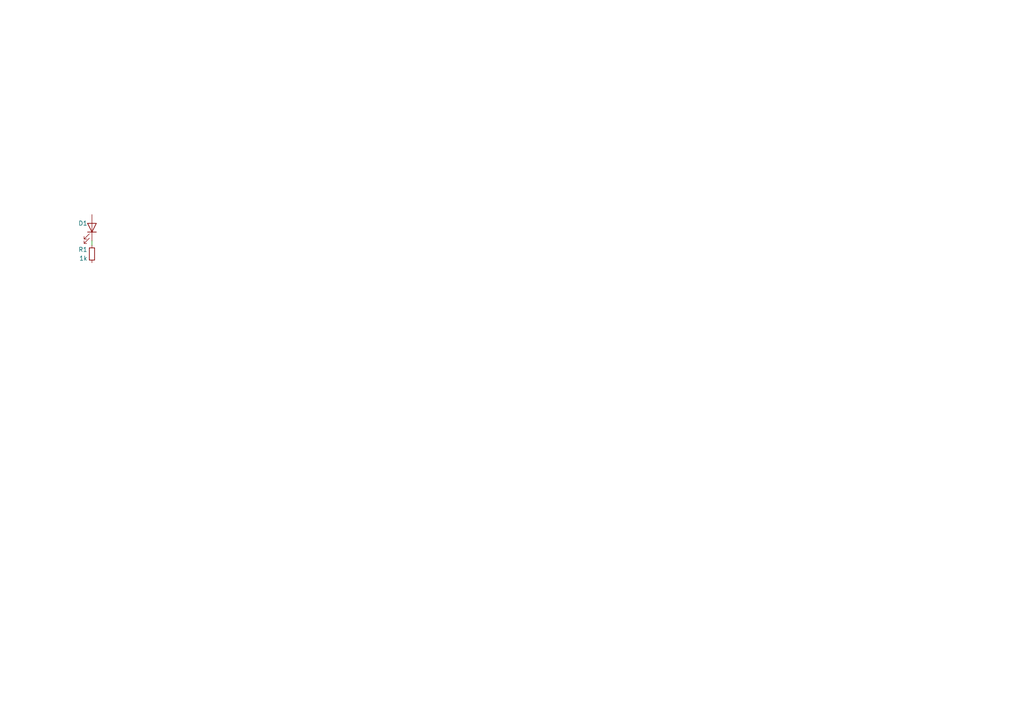
<source format=kicad_sch>
(kicad_sch (version 20250114) (generator "eeschema") (generator_version "9.0")
  (paper "A4")
  (lib_symbols
    (symbol "jlcpcb-basic-resistor-0402:1k"
      (property "Reference" "R" (at 0.762 0.508 0))
      (property "Value" "1k" (at 0.762 -1.016 0))
      (symbol "1k_0_0"
        (rectangle (start -0.762 1.778) (end 0.762 -1.778) (stroke (width 0.2032)))
        (pin passive line (at 0 2.54 270) (length 0.762) (name "~") (number "1"))
        (pin passive line (at 0 -2.54 90) (length 0.762) (name "~") (number "2"))
      )
    )
    (symbol "tom-opto:LED_JLCPCB_0603_BLUE" (pin_numbers (hide yes)) (pin_names (offset 1.016) (hide yes))
      (property "Reference" "D" (at 0 2.54 0))
      (symbol "LED_JLCPCB_0603_BLUE_0_1"
        (polyline (pts (xy -3.048 -0.762) (xy -4.572 -2.286) (xy -3.81 -2.286) (xy -4.572 -2.286) (xy -4.572 -1.524)))
        (polyline (pts (xy -1.778 -0.762) (xy -3.302 -2.286) (xy -2.54 -2.286) (xy -3.302 -2.286) (xy -3.302 -1.524)))
        (polyline (pts (xy -1.27 0) (xy 1.27 0)))
        (polyline (pts (xy -1.27 -1.27) (xy -1.27 1.27)) (stroke (width 0.2032)))
        (polyline (pts (xy 1.27 -1.27) (xy 1.27 1.27) (xy -1.27 0) (xy 1.27 -1.27)) (stroke (width 0.2032)))
      )
      (symbol "LED_JLCPCB_0603_BLUE_1_1"
        (pin passive line (at -3.81 0 0) (length 2.54) (name "K") (number "1"))
        (pin passive line (at 3.81 0 180) (length 2.54) (name "A") (number "2"))
      )
    )
  )
  (wire (pts (xy 26.67 71.12) (xy 26.67 69.85)))
  (symbol (lib_id "jlcpcb-basic-resistor-0402:1k") (at 26.67 73.66 0) (mirror y) (unit 1)
    (property "Reference" "R1" (at 25.4 72.39 0) (effects (justify left)))
    (property "Value" "1k" (at 25.4 74.93 0) (effects (justify left)))
    (property "Footprint" "tom-passives:R_0402_1005Metric" (effects (hide yes)))
    (property "Datasheet" "https://datasheet.lcsc.com/lcsc/2110251730_UNI-ROYAL-Uniroyal-Elec-0402WGF1001TCE_C11702.pdf" (effects (hide yes)))
    (property "LCSC" "C11702" (effects (hide yes)))
    (property "MFG" "UNI-ROYAL(Uniroyal Elec)" (effects (hide yes)))
    (property "MFGPN" "0402WGF1001TCE" (effects (hide yes)))
  )
  (symbol (lib_id "tom-opto:LED_JLCPCB_0603_BLUE") (at 26.67 66.04 270) (mirror x) (unit 1)
    (property "Reference" "D1" (at 25.4 64.77 90) (effects (justify right)))
    (property "Value" "BLUE" (effects (hide yes)))
    (property "Footprint" "tom-opto:LED_0805_2012Metric" (effects (hide yes)))
    (property "LCSC" "C434433" (effects (hide yes)))
  )
)
</source>
